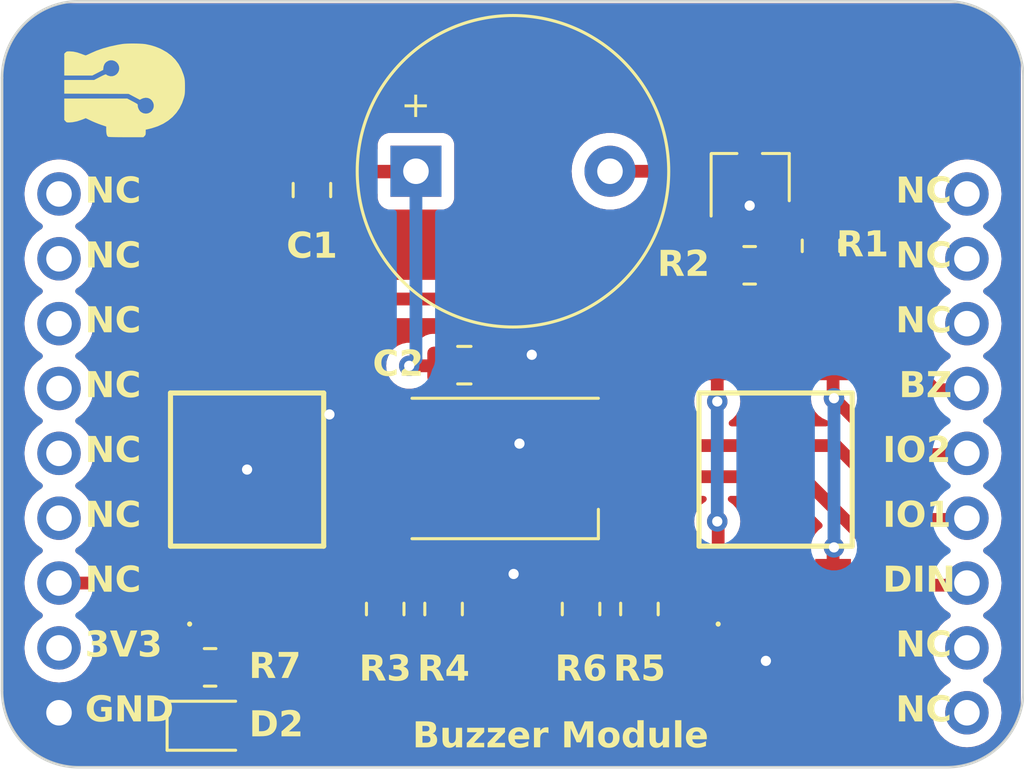
<source format=kicad_pcb>
(kicad_pcb (version 20240108) (generator "pcbnew") (generator_version "8.0")
  (layers (0 "F.Cu" signal) (31 "B.Cu" signal) (34 "B.Paste" user) (35 "F.Paste" user) (36 "B.SilkS" user "B.Silkscreen") (37 "F.SilkS" user "F.Silkscreen") (38 "B.Mask" user) (39 "F.Mask" user) (44 "Edge.Cuts" user))
  (net 0 "")
  (net 1 "+5V")
  (net 2 "GND")
  (net 4 "DIN")
  (net 5 "Net-(D2-A)")
  (net 6 "Net-(Q1-B)")
  (net 7 "Net-(Q1-C)")
  (net 8 "SIG")
  (net 9 "Net-(R3-Pad2)")
  (net 10 "Net-(R5-Pad2)")
  (net 11 "GPIO_01")
  (net 12 "GPIO_02")
  (footprint "Capacitor_SMD:C_0805_2012Metric" (layer "F.Cu") (at 84.074 86.2076)
    (property "Reference" "C2" (at -2.5908 0 0) (layer "F.SilkS") (effects (font (thickness 0.16) (bold yes))))
    (property "Value" "0.1uF" (hide yes))
    (fp_line (start -0.261252 -0.735) (end 0.261252 -0.735) (stroke (width 0.12)) (layer "F.SilkS"))
    (fp_line (start -0.261252 0.735) (end 0.261252 0.735) (stroke (width 0.12)) (layer "F.SilkS"))
    (pad "1" smd roundrect (at -0.95 0) (size 1 1.45) (layers "F.Cu" "F.Paste" "F.Mask") (net 1 "+5V"))
    (pad "2" smd roundrect (at 0.95 0) (size 1 1.45) (layers "F.Cu" "F.Paste" "F.Mask") (net 2 "GND"))
  )
  (footprint "LED_SMD:LED_0805_2012Metric" (layer "F.Cu") (at 74.1172 100.33)
    (property "Reference" "D2" (at 2.5908 0 0) (layer "F.SilkS") (effects (font (thickness 0.15) (bold yes))))
    (property "Value" "LED" (hide yes))
    (fp_line (start -1.685 -0.96) (end -1.685 0.96) (stroke (width 0.12)) (layer "F.SilkS"))
    (fp_line (start -1.685 0.96) (end 1 0.96) (stroke (width 0.12)) (layer "F.SilkS"))
    (fp_line (start 1 -0.96) (end -1.685 -0.96) (stroke (width 0.12)) (layer "F.SilkS"))
    (pad "1" smd roundrect (at -0.9375 0) (size 0.975 1.4) (layers "F.Cu" "F.Paste" "F.Mask") (net 2 "GND"))
    (pad "2" smd roundrect (at 0.9375 0) (size 0.975 1.4) (layers "F.Cu" "F.Paste" "F.Mask") (net 5 "Net-(D2-A)"))
  )
  (footprint "oled_button:TS046665BK160SMT" (layer "F.Cu") (at 75.565 90.297 90)
    (property "Reference" "SW1" (hide yes))
    (property "Value" "SW_MEC_5E" (hide yes))
    (fp_line (start 3 -3) (end 3 3) (stroke (width 0.2)) (layer "F.SilkS"))
    (fp_line (start -3 -3) (end 3 -3) (stroke (width 0.2)) (layer "F.SilkS"))
    (fp_line (start -6 -2.25) (end -6 -2.25) (stroke (width 0.1)) (layer "F.SilkS"))
    (fp_line (start -6.1 -2.25) (end -6.1 -2.25) (stroke (width 0.1)) (layer "F.SilkS"))
    (fp_line (start 3 3) (end -3 3) (stroke (width 0.2)) (layer "F.SilkS"))
    (fp_line (start -3 3) (end -3 -3) (stroke (width 0.2)) (layer "F.SilkS"))
    (fp_arc (start -6 -2.25) (mid -6.05 -2.2) (end -6.1 -2.25) (stroke (width 0.1)) (layer "F.SilkS"))
    (fp_arc (start -6.1 -2.25) (mid -6.05 -2.3) (end -6 -2.25) (stroke (width 0.1)) (layer "F.SilkS"))
    (pad "1" smd rect (at -4.55 -2.25 180) (size 1.4 2.1) (layers "F.Cu" "F.Paste" "F.Mask") (net 9 "Net-(R3-Pad2)"))
    (pad "2" smd rect (at 4.55 -2.25 180) (size 1.4 2.1) (layers "F.Cu" "F.Paste" "F.Mask") (net 9 "Net-(R3-Pad2)"))
    (pad "3" smd rect (at -4.55 2.25 180) (size 1.4 2.1) (layers "F.Cu" "F.Paste" "F.Mask") (net 11 "GPIO_01"))
    (pad "4" smd rect (at 4.55 2.25 180) (size 1.4 2.1) (layers "F.Cu" "F.Paste" "F.Mask") (net 11 "GPIO_01"))
  )
  (footprint "air_module:air_module" (layer "F.Cu") (at 85.6488 92.0356)
    (property "Reference" "U2" (hide yes))
    (property "Value" "~")
    (fp_poly (pts (xy -14.409382 -18.424609) (xy -14.284373 -18.420345) (xy -14.172436 -18.41358) (xy -14.080802 -18.404375) (xy -14.041724 -18.398303) (xy -13.853269 -18.357149) (xy -13.683331 -18.306133) (xy -13.519369 -18.241174) (xy -13.429404 -18.199111) (xy -13.225809 -18.083691) (xy -13.047121 -17.948997) (xy -12.892918 -17.794515) (xy -12.762778 -17.619731) (xy -12.65628 -17.424131) (xy -12.573 -17.2072) (xy -12.549521 -17.127104) (xy -12.536759 -17.07492) (xy -12.527646 -17.022564) (xy -12.521606 -16.963179) (xy -12.518064 -16.889906) (xy -12.516445 -16.795888) (xy -12.51616 -16.729254) (xy -12.516471 -16.624139) (xy -12.518179 -16.54326) (xy -12.521973 -16.479269) (xy -12.528539 -16.424819) (xy -12.538566 -16.372562) (xy -12.552742 -16.315149) (xy -12.556087 -16.30258) (xy -12.629514 -16.087143) (xy -12.729163 -15.888572) (xy -12.853947 -15.707853) (xy -13.002778 -15.54597) (xy -13.174568 -15.403908) (xy -13.368231 -15.282653) (xy -13.582678 -15.183189) (xy -13.816822 -15.106501) (xy -13.899335 -15.086106) (xy -14.053347 -15.050981) (xy -14.053347 -14.949039) (xy -14.054887 -14.890965) (xy -14.061819 -14.853309) (xy -14.077607 -14.824956) (xy -14.09952 -14.800924) (xy -14.145693 -14.754751) (xy -14.822188 -14.755232) (xy -15.017354 -14.755779) (xy -15.180988 -14.757122) (xy -15.313136 -14.759262) (xy -15.413847 -14.762201) (xy -15.483171 -14.765939) (xy -15.521154 -14.770477) (xy -15.527806 -14.772641) (xy -15.563505 -14.810321) (xy -15.587341 -14.875416) (xy -15.599544 -14.968744) (xy -15.601382 -15.034623) (xy -15.601407 -15.173346) (xy -15.801123 -15.240942) (xy -15.897413 -15.275849) (xy -16.007494 -15.319396) (xy -16.117074 -15.365754) (xy -16.20292 -15.404809) (xy -16.405002 -15.50108) (xy -16.548858 -15.442837) (xy -16.738064 -15.37858) (xy -16.919457 -15.342673) (xy -17.036014 -15.334083) (xy -17.096368 -15.333393) (xy -17.134749 -15.336828) (xy -17.160749 -15.347281) (xy -17.183963 -15.367645) (xy -17.197923 -15.382892) (xy -17.244143 -15.434479) (xy -17.244143 -15.852824) (xy -17.244143 -16.271169) (xy -16.010726 -16.271169) (xy -14.77731 -16.271169) (xy -14.567601 -16.160489) (xy -14.48664 -16.117331) (xy -14.429866 -16.085528) (xy -14.393293 -16.062146) (xy -14.372934 -16.044251) (xy -14.364803 -16.028908) (xy -14.364911 -16.013181) (xy -14.365213 -16.01152) (xy -14.36356 -15.958395) (xy -14.345036 -15.893567) (xy -14.3142 -15.828542) (xy -14.27561 -15.774828) (xy -14.268562 -15.767605) (xy -14.220027 -15.731434) (xy -14.160444 -15.701004) (xy -14.138599 -15.693187) (xy -14.044845 -15.679294) (xy -13.957182 -15.692779) (xy -13.879309 -15.729553) (xy -13.814926 -15.785526) (xy -13.767732 -15.856611) (xy -13.741427 -15.938718) (xy -13.739711 -16.027758) (xy -13.761874 -16.109552) (xy -13.812507 -16.193911) (xy -13.88157 -16.255114) (xy -13.964389 -16.291555) (xy -14.056294 -16.301627) (xy -14.152611 -16.283725) (xy -14.204852 -16.261841) (xy -14.28573 -16.220921) (xy -14.505204 -16.336872) (xy -14.724678 -16.452824) (xy -15.98441 -16.457138) (xy -17.244143 -16.461453) (xy -17.244143 -16.72962) (xy -17.244143 -16.997786) (xy -16.659908 -16.997786) (xy -16.075673 -16.997786) (xy -15.84744 -17.11641) (xy -15.749428 -17.165928) (xy -15.676635 -17.199529) (xy -15.629594 -17.216985) (xy -15.608844 -17.218071) (xy -15.608333 -17.217439) (xy -15.588169 -17.200581) (xy -15.550213 -17.178859) (xy -15.532275 -17.170245) (xy -15.441144 -17.144115) (xy -15.35248 -17.145987) (xy -15.27045 -17.172316) (xy -15.19922 -17.219556) (xy -15.142957 -17.284165) (xy -15.105828 -17.362595) (xy -15.092 -17.451304) (xy -15.102599 -17.535769) (xy -15.139889 -17.622434) (xy -15.199 -17.691754) (xy -15.274232 -17.740831) (xy -15.359887 -17.766768) (xy -15.450265 -17.766666) (xy -15.518719 -17.747343) (xy -15.603564 -17.697205) (xy -15.664 -17.627479) (xy -15.700644 -17.537286) (xy -15.711338 -17.4743) (xy -15.719827 -17.390055) (xy -15.932045 -17.280799) (xy -16.144263 -17.171542) (xy -16.694203 -17.171542) (xy -17.244143 -17.171542) (xy -17.244143 -17.59925) (xy -17.244143 -18.026958) (xy -17.19797 -18.073131) (xy -17.171241 -18.097234) (xy -17.144844 -18.11106) (xy -17.108952 -18.117397) (xy -17.053736 -18.119029) (xy -17.036061 -18.119029) (xy -16.888934 -18.108389) (xy -16.737628 -18.076092) (xy -16.574707 -18.02053) (xy -16.567054 -18.017486) (xy -16.503947 -17.993107) (xy -16.450536 -17.974072) (xy -16.414495 -17.963039) (xy -16.404952 -17.961343) (xy -16.383132 -17.968004) (xy -16.339239 -17.986194) (xy -16.27941 -18.013224) (xy -16.209783 -18.046407) (xy -16.201562 -18.050428) (xy -15.977798 -18.148206) (xy -15.72745 -18.235531) (xy -15.454095 -18.311363) (xy -15.161304 -18.374665) (xy -14.977414 -18.406257) (xy -14.895512 -18.415422) (xy -14.790527 -18.421778) (xy -14.66969 -18.425387) (xy -14.540231 -18.42631)) (fill solid) (layer "F.SilkS"))
    (fp_line (start -19.68 -17.08) (end -19.68 6.92) (stroke (width 0.1)) (layer "Edge.Cuts"))
    (fp_line (start -16.68 9.92) (end 17.32 9.92) (stroke (width 0.1)) (layer "Edge.Cuts"))
    (fp_line (start 17.32 -20.08) (end -16.68 -20.08) (stroke (width 0.1)) (layer "Edge.Cuts"))
    (fp_line (start 20.32 6.92) (end 20.32 -17.08) (stroke (width 0.1)) (layer "Edge.Cuts"))
    (fp_arc (start -19.68 -17.08) (mid -18.80132 -19.20132) (end -16.68 -20.08) (stroke (width 0.1)) (layer "Edge.Cuts"))
    (fp_arc (start -16.68 9.92) (mid -18.80132 9.04132) (end -19.68 6.92) (stroke (width 0.1)) (layer "Edge.Cuts"))
    (fp_arc (start 17.32 -20.08) (mid 19.44132 -19.20132) (end 20.32 -17.08) (stroke (width 0.1)) (layer "Edge.Cuts"))
    (fp_arc (start 20.32 6.92) (mid 19.44132 9.04132) (end 17.32 9.92) (stroke (width 0.1)) (layer "Edge.Cuts"))
    (fp_text user "BZ" (at 15.4432 -4.4056 0) (layer "F.SilkS") (effects (font (thickness 0.2) (bold yes)) (justify left bottom)))
    (fp_text user "NC" (at 15.3162 8.2944 0) (layer "F.SilkS") (effects (font (thickness 0.2) (bold yes)) (justify left bottom)))
    (fp_text user "IO2" (at 14.8082 -1.8656 0) (layer "F.SilkS") (effects (font (thickness 0.2) (bold yes)) (justify left bottom)))
    (fp_text user "NC" (at -16.4338 -12.0256 0) (layer "F.SilkS") (effects (font (thickness 0.2) (bold yes)) (justify left bottom)))
    (fp_text user "NC" (at -16.4338 -1.8656 0) (layer "F.SilkS") (effects (font (thickness 0.2) (bold yes)) (justify left bottom)))
    (fp_text user "3V3" (at -16.4338 5.7544 0) (layer "F.SilkS") (effects (font (thickness 0.2) (bold yes)) (justify left bottom)))
    (fp_text user "DIN" (at 14.8082 3.2144 0) (layer "F.SilkS") (effects (font (thickness 0.2) (bold yes)) (justify left bottom)))
    (fp_text user "IO1" (at 14.8082 0.6744 0) (layer "F.SilkS") (effects (font (thickness 0.2) (bold yes)) (justify left bottom)))
    (fp_text user "NC" (at -16.4338 -6.9456 0) (layer "F.SilkS") (effects (font (thickness 0.2) (bold yes)) (justify left bottom)))
    (fp_text user "NC" (at -16.4338 -9.4856 0) (layer "F.SilkS") (effects (font (thickness 0.2) (bold yes)) (justify left bottom)))
    (fp_text user "NC" (at 15.3162 -12.0256 0) (layer "F.SilkS") (effects (font (thickness 0.2) (bold yes)) (justify left bottom)))
    (fp_text user "GND" (at -16.4338 8.2944 0) (layer "F.SilkS") (effects (font (thickness 0.2) (bold yes)) (justify left bottom)))
    (fp_text user "NC" (at -16.4338 -4.4056 0) (layer "F.SilkS") (effects (font (thickness 0.2) (bold yes)) (justify left bottom)))
    (fp_text user "NC" (at -16.4338 3.2144 0) (layer "F.SilkS") (effects (font (thickness 0.2) (bold yes)) (justify left bottom)))
    (fp_text user "NC" (at -16.4338 0.6744 0) (layer "F.SilkS") (effects (font (thickness 0.2) (bold yes)) (justify left bottom)))
    (fp_text user "Buzzer Module" (at -3.6068 9.3104 0) (layer "F.SilkS") (effects (font (thickness 0.2) (bold yes)) (justify left bottom)))
    (fp_text user "NC" (at 15.3162 -9.4856 0) (layer "F.SilkS") (effects (font (thickness 0.2) (bold yes)) (justify left bottom)))
    (fp_text user "NC" (at 15.3162 5.7544 0) (layer "F.SilkS") (effects (font (thickness 0.2) (bold yes)) (justify left bottom)))
    (fp_text user "NC" (at 15.3162 -6.9456 0) (layer "F.SilkS") (effects (font (thickness 0.2) (bold yes)) (justify left bottom)))
    (pad "1" thru_hole oval (at -17.4498 -12.5336) (size 1.7 1.7) (drill 1) (layers "*.Cu" "*.Mask"))
    (pad "2" thru_hole oval (at -17.4498 -9.9936) (size 1.7 1.7) (drill 1) (layers "*.Cu" "*.Mask"))
    (pad "3" thru_hole oval (at -17.4498 -7.4536) (size 1.7 1.7) (drill 1) (layers "*.Cu" "*.Mask"))
    (pad "4" thru_hole oval (at -17.4498 -4.9136) (size 1.7 1.7) (drill 1) (layers "*.Cu" "*.Mask"))
    (pad "5" thru_hole oval (at -17.4498 -2.3736) (size 1.7 1.7) (drill 1) (layers "*.Cu" "*.Mask"))
    (pad "6" thru_hole oval (at -17.4498 0.1664) (size 1.7 1.7) (drill 1) (layers "*.Cu" "*.Mask"))
    (pad "7" thru_hole oval (at -17.4498 2.7064) (size 1.7 1.7) (drill 1) (layers "*.Cu" "*.Mask") (net 1 "+5V"))
    (pad "8" thru_hole oval (at -17.4498 5.2464) (size 1.7 1.7) (drill 1) (layers "*.Cu" "*.Mask"))
    (pad "9" thru_hole oval (at -17.4498 7.7864) (size 1.7 1.7) (drill 1) (layers "*.Cu" "*.Mask") (net 2 "GND"))
    (pad "10" thru_hole oval (at 18.1102 7.7864) (size 1.7 1.7) (drill 1) (layers "*.Cu" "*.Mask"))
    (pad "11" thru_hole oval (at 18.1102 5.2464) (size 1.7 1.7) (drill 1) (layers "*.Cu" "*.Mask"))
    (pad "12" thru_hole oval (at 18.1102 2.7064) (size 1.7 1.7) (drill 1) (layers "*.Cu" "*.Mask") (net 4 "DIN"))
    (pad "13" thru_hole oval (at 18.1102 0.1664) (size 1.7 1.7) (drill 1) (layers "*.Cu" "*.Mask") (net 11 "GPIO_01"))
    (pad "14" thru_hole oval (at 18.1102 -2.3736) (size 1.7 1.7) (drill 1) (layers "*.Cu" "*.Mask") (net 12 "GPIO_02"))
    (pad "15" thru_hole oval (at 18.1102 -4.9136) (size 1.7 1.7) (drill 1) (layers "*.Cu" "*.Mask") (net 8 "SIG"))
    (pad "16" thru_hole oval (at 18.1102 -7.4536) (size 1.7 1.7) (drill 1) (layers "*.Cu" "*.Mask"))
    (pad "17" thru_hole oval (at 18.1102 -9.9936) (size 1.7 1.7) (drill 1) (layers "*.Cu" "*.Mask"))
    (pad "18" thru_hole oval (at 18.1102 -12.5336) (size 1.7 1.7) (drill 1) (layers "*.Cu" "*.Mask"))
  )
  (footprint "Capacitor_SMD:C_0805_2012Metric" (layer "F.Cu") (at 78.105 79.3496 -90)
    (property "Reference" "C1" (at 2.2352 -0.000668 180) (layer "F.SilkS") (effects (font (thickness 0.2) (bold yes))))
    (property "Value" "0.1uF" (hide yes))
    (fp_line (start -0.261252 0.735) (end 0.261252 0.735) (stroke (width 0.12)) (layer "F.SilkS"))
    (fp_line (start -0.261252 -0.735) (end 0.261252 -0.735) (stroke (width 0.12)) (layer "F.SilkS"))
    (pad "1" smd roundrect (at -0.95 0 270) (size 1 1.45) (layers "F.Cu" "F.Paste" "F.Mask") (net 1 "+5V"))
    (pad "2" smd roundrect (at 0.95 0 270) (size 1 1.45) (layers "F.Cu" "F.Paste" "F.Mask") (net 2 "GND"))
  )
  (footprint "LED_SMD:LED_WS2812B_PLCC4_5.0x5.0mm_P3.2mm" (layer "F.Cu") (at 85.673877 90.25452)
    (property "Reference" "D1" (hide yes))
    (property "Value" "WS2812B" (hide yes))
    (fp_line (start -3.65 -2.75) (end 3.65 -2.75) (stroke (width 0.12)) (layer "F.SilkS"))
    (fp_line (start -3.65 2.75) (end 3.65 2.75) (stroke (width 0.12)) (layer "F.SilkS"))
    (fp_line (start 3.65 2.75) (end 3.65 1.6) (stroke (width 0.12)) (layer "F.SilkS"))
    (pad "1" smd rect (at -2.45 -1.65) (size 1.5 0.9) (layers "F.Cu" "F.Paste" "F.Mask") (net 1 "+5V"))
    (pad "2" smd rect (at -2.45 1.65) (size 1.5 0.9) (layers "F.Cu" "F.Paste" "F.Mask"))
    (pad "3" smd rect (at 2.45 1.65) (size 1.5 0.9) (layers "F.Cu" "F.Paste" "F.Mask") (net 2 "GND"))
    (pad "4" smd rect (at 2.45 -1.65) (size 1.5 0.9) (layers "F.Cu" "F.Paste" "F.Mask") (net 4 "DIN"))
  )
  (footprint "Resistor_SMD:R_0805_2012Metric" (layer "F.Cu") (at 88.646 95.758 -90)
    (property "Reference" "R6" (at 2.3876 0 180) (layer "F.SilkS") (effects (font (thickness 0.15) (bold yes))))
    (property "Value" "0r" (hide yes))
    (fp_line (start -0.227064 0.735) (end 0.227064 0.735) (stroke (width 0.12)) (layer "F.SilkS"))
    (fp_line (start -0.227064 -0.735) (end 0.227064 -0.735) (stroke (width 0.12)) (layer "F.SilkS"))
    (pad "1" smd roundrect (at -0.9125 0 270) (size 1.025 1.4) (layers "F.Cu" "F.Paste" "F.Mask") (roundrect_rratio 0.243902) (net 2 "GND"))
    (pad "2" smd roundrect (at 0.9125 0 270) (size 1.025 1.4) (layers "F.Cu" "F.Paste" "F.Mask") (roundrect_rratio 0.243902) (net 10 "Net-(R5-Pad2)"))
  )
  (footprint "oled_button:TS046665BK160SMT" (layer "F.Cu") (at 96.266 90.297 90)
    (property "Reference" "SW2" (hide yes))
    (property "Value" "SW_MEC_5E" (hide yes))
    (fp_line (start 3 -3) (end 3 3) (stroke (width 0.2)) (layer "F.SilkS"))
    (fp_line (start -3 -3) (end 3 -3) (stroke (width 0.2)) (layer "F.SilkS"))
    (fp_line (start -6 -2.25) (end -6 -2.25) (stroke (width 0.1)) (layer "F.SilkS"))
    (fp_line (start -6.1 -2.25) (end -6.1 -2.25) (stroke (width 0.1)) (layer "F.SilkS"))
    (fp_line (start 3 3) (end -3 3) (stroke (width 0.2)) (layer "F.SilkS"))
    (fp_line (start -3 3) (end -3 -3) (stroke (width 0.2)) (layer "F.SilkS"))
    (fp_arc (start -6 -2.25) (mid -6.05 -2.2) (end -6.1 -2.25) (stroke (width 0.1)) (layer "F.SilkS"))
    (fp_arc (start -6.1 -2.25) (mid -6.05 -2.3) (end -6 -2.25) (stroke (width 0.1)) (layer "F.SilkS"))
    (pad "1" smd rect (at -4.55 -2.25 180) (size 1.4 2.1) (layers "F.Cu" "F.Paste" "F.Mask") (net 10 "Net-(R5-Pad2)"))
    (pad "2" smd rect (at 4.55 -2.25 180) (size 1.4 2.1) (layers "F.Cu" "F.Paste" "F.Mask") (net 10 "Net-(R5-Pad2)"))
    (pad "3" smd rect (at -4.55 2.25 180) (size 1.4 2.1) (layers "F.Cu" "F.Paste" "F.Mask") (net 12 "GPIO_02"))
    (pad "4" smd rect (at 4.55 2.25 180) (size 1.4 2.1) (layers "F.Cu" "F.Paste" "F.Mask") (net 12 "GPIO_02"))
  )
  (footprint "Resistor_SMD:R_0805_2012Metric" (layer "F.Cu") (at 83.2612 95.758 -90)
    (property "Reference" "R4" (at 2.3876 0.002499 180) (layer "F.SilkS") (effects (font (thickness 0.15) (bold yes))))
    (property "Value" "0r" (hide yes))
    (fp_line (start -0.227064 0.735) (end 0.227064 0.735) (stroke (width 0.12)) (layer "F.SilkS"))
    (fp_line (start -0.227064 -0.735) (end 0.227064 -0.735) (stroke (width 0.12)) (layer "F.SilkS"))
    (pad "1" smd roundrect (at -0.9125 0 270) (size 1.025 1.4) (layers "F.Cu" "F.Paste" "F.Mask") (roundrect_rratio 0.243902) (net 2 "GND"))
    (pad "2" smd roundrect (at 0.9125 0 270) (size 1.025 1.4) (layers "F.Cu" "F.Paste" "F.Mask") (roundrect_rratio 0.243902) (net 9 "Net-(R3-Pad2)"))
  )
  (footprint "Package_TO_SOT_SMD:TSOT-23" (layer "F.Cu") (at 95.25 78.867 90)
    (property "Reference" "Q1" (hide yes))
    (property "Value" "SS8050-G" (hide yes))
    (fp_line (start 0.93 -1.51) (end -1.5 -1.51) (stroke (width 0.12)) (layer "F.SilkS"))
    (fp_line (start 0.95 -1.5) (end 0.95 -0.5) (stroke (width 0.12)) (layer "F.SilkS"))
    (fp_line (start 0.95 0.5) (end 0.95 1.55) (stroke (width 0.12)) (layer "F.SilkS"))
    (fp_line (start 0.95 1.55) (end -0.9 1.55) (stroke (width 0.12)) (layer "F.SilkS"))
    (pad "1" smd rect (at -1.31 -0.95 90) (size 1.22 0.65) (layers "F.Cu" "F.Paste" "F.Mask") (net 6 "Net-(Q1-B)"))
    (pad "2" smd rect (at -1.31 0.95 90) (size 1.22 0.65) (layers "F.Cu" "F.Paste" "F.Mask") (net 2 "GND"))
    (pad "3" smd rect (at 1.31 0 90) (size 1.22 0.65) (layers "F.Cu" "F.Paste" "F.Mask") (net 7 "Net-(Q1-C)"))
  )
  (footprint "Resistor_SMD:R_0805_2012Metric" (layer "F.Cu") (at 95.25 82.296)
    (property "Reference" "R2" (at -2.5908 0 0) (layer "F.SilkS") (effects (font (thickness 0.15) (bold yes))))
    (property "Value" "4.7k" (hide yes))
    (fp_line (start -0.227064 -0.735) (end 0.227064 -0.735) (stroke (width 0.12)) (layer "F.SilkS"))
    (fp_line (start -0.227064 0.735) (end 0.227064 0.735) (stroke (width 0.12)) (layer "F.SilkS"))
    (pad "1" smd roundrect (at -0.9125 0) (size 1.025 1.4) (layers "F.Cu" "F.Paste" "F.Mask") (roundrect_rratio 0.243902) (net 6 "Net-(Q1-B)"))
    (pad "2" smd roundrect (at 0.9125 0) (size 1.025 1.4) (layers "F.Cu" "F.Paste" "F.Mask") (roundrect_rratio 0.243902) (net 8 "SIG"))
  )
  (footprint "Resistor_SMD:R_0805_2012Metric" (layer "F.Cu") (at 98.044 81.534 90)
    (property "Reference" "R1" (at 0.005036 1.6256 180) (layer "F.SilkS") (effects (font (thickness 0.15) (bold yes))))
    (property "Value" "10k" (hide yes))
    (fp_line (start -0.227064 -0.735) (end 0.227064 -0.735) (stroke (width 0.12)) (layer "F.SilkS"))
    (fp_line (start -0.227064 0.735) (end 0.227064 0.735) (stroke (width 0.12)) (layer "F.SilkS"))
    (pad "1" smd roundrect (at -0.9125 0 90) (size 1.025 1.4) (layers "F.Cu" "F.Paste" "F.Mask") (roundrect_rratio 0.243902) (net 2 "GND"))
    (pad "2" smd roundrect (at 0.9125 0 90) (size 1.025 1.4) (layers "F.Cu" "F.Paste" "F.Mask") (roundrect_rratio 0.243902) (net 6 "Net-(Q1-B)"))
  )
  (footprint "Buzzer_Beeper:Buzzer_12x9.5RM7.6" (layer "F.Cu") (at 82.179 78.613)
    (property "Reference" "U1" (hide yes))
    (property "Value" "Buzzer" (hide yes))
    (fp_circle (center 3.8 0) (end 9.9 0) (stroke (width 0.12)) (fill none) (layer "F.SilkS"))
    (fp_text user "+" (at -0.01 -2.54 0) (layer "F.SilkS"))
    (pad "1" thru_hole rect (at 0 0) (size 2 2) (drill 1) (layers "*.Cu" "*.Mask") (net 1 "+5V"))
    (pad "2" thru_hole circle (at 7.6 0) (size 2 2) (drill 1) (layers "*.Cu" "*.Mask") (net 7 "Net-(Q1-C)"))
  )
  (footprint "Resistor_SMD:R_0805_2012Metric" (layer "F.Cu") (at 90.932 95.758 -90)
    (property "Reference" "R5" (at 2.3876 0 180) (layer "F.SilkS") (effects (font (thickness 0.15) (bold yes))))
    (property "Value" "0r" (hide yes))
    (fp_line (start -0.227064 0.735) (end 0.227064 0.735) (stroke (width 0.12)) (layer "F.SilkS"))
    (fp_line (start -0.227064 -0.735) (end 0.227064 -0.735) (stroke (width 0.12)) (layer "F.SilkS"))
    (pad "1" smd roundrect (at -0.9125 0 270) (size 1.025 1.4) (layers "F.Cu" "F.Paste" "F.Mask") (roundrect_rratio 0.243902) (net 1 "+5V"))
    (pad "2" smd roundrect (at 0.9125 0 270) (size 1.025 1.4) (layers "F.Cu" "F.Paste" "F.Mask") (roundrect_rratio 0.243902) (net 10 "Net-(R5-Pad2)"))
  )
  (footprint "Resistor_SMD:R_0805_2012Metric" (layer "F.Cu") (at 80.9752 95.758 -90)
    (property "Reference" "R3" (at 2.3876 0 180) (layer "F.SilkS") (effects (font (thickness 0.15) (bold yes))))
    (property "Value" "0r" (hide yes))
    (fp_line (start -0.227064 0.735) (end 0.227064 0.735) (stroke (width 0.12)) (layer "F.SilkS"))
    (fp_line (start -0.227064 -0.735) (end 0.227064 -0.735) (stroke (width 0.12)) (layer "F.SilkS"))
    (pad "1" smd roundrect (at -0.9125 0 270) (size 1.025 1.4) (layers "F.Cu" "F.Paste" "F.Mask") (roundrect_rratio 0.243902) (net 1 "+5V"))
    (pad "2" smd roundrect (at 0.9125 0 270) (size 1.025 1.4) (layers "F.Cu" "F.Paste" "F.Mask") (roundrect_rratio 0.243902) (net 9 "Net-(R3-Pad2)"))
  )
  (footprint "Resistor_SMD:R_0805_2012Metric" (layer "F.Cu") (at 74.1172 98.044)
    (property "Reference" "R7" (at 2.54 0 0) (layer "F.SilkS") (effects (font (thickness 0.15) (bold yes))))
    (property "Value" "470r" (hide yes))
    (fp_line (start -0.227064 -0.735) (end 0.227064 -0.735) (stroke (width 0.12)) (layer "F.SilkS"))
    (fp_line (start -0.227064 0.735) (end 0.227064 0.735) (stroke (width 0.12)) (layer "F.SilkS"))
    (pad "1" smd roundrect (at -0.9125 0) (size 1.025 1.4) (layers "F.Cu" "F.Paste" "F.Mask") (roundrect_rratio 0.243902) (net 1 "+5V"))
    (pad "2" smd roundrect (at 0.9125 0) (size 1.025 1.4) (layers "F.Cu" "F.Paste" "F.Mask") (roundrect_rratio 0.243902) (net 5 "Net-(D2-A)"))
  )
  (segment (start 72.39 98.044) (end 73.2047 98.044) (width 0.5) (layer "F.Cu") (net 1))
  (segment (start 83.124 86.2076) (end 83.124 88.504643) (width 0.5) (layer "F.Cu") (net 1))
  (segment (start 80.9244 89.6366) (end 80.9244 94.7947) (width 0.5) (layer "F.Cu") (net 1))
  (segment (start 83.223877 88.60452) (end 81.95648 88.60452) (width 0.5) (layer "F.Cu") (net 1))
  (segment (start 71.4756 97.1296) (end 72.39 98.044) (width 0.5) (layer "F.Cu") (net 1))
  (segment (start 81.95648 88.60452) (end 80.9244 89.6366) (width 0.5) (layer "F.Cu") (net 1))
  (segment (start 83.124 88.504643) (end 83.223877 88.60452) (width 0.5) (layer "F.Cu") (net 1))
  (segment (start 81.915 93.345) (end 90.424 93.345) (width 0.5) (layer "F.Cu") (net 1))
  (segment (start 71.4756 92.8116) (end 71.4756 91.186) (width 0.5) (layer "F.Cu") (net 1))
  (segment (start 81.915 86.233) (end 83.0986 86.233) (width 0.5) (layer "F.Cu") (net 1))
  (segment (start 78.3438 78.6384) (end 82.1536 78.6384) (width 0.5) (layer "F.Cu") (net 1))
  (segment (start 80.9244 94.7947) (end 80.9752 94.8455) (width 0.5) (layer "F.Cu") (net 1))
  (segment (start 78.105 78.3996) (end 78.3438 78.6384) (width 0.5) (layer "F.Cu") (net 1))
  (segment (start 82.1536 78.6384) (end 82.179 78.613) (width 0.5) (layer "F.Cu") (net 1))
  (segment (start 71.4756 82.9564) (end 75.819 78.613) (width 0.5) (layer "F.Cu") (net 1))
  (segment (start 90.932 93.853) (end 90.932 94.8455) (width 0.5) (layer "F.Cu") (net 1))
  (segment (start 71.4756 92.8116) (end 71.4756 97.1296) (width 0.5) (layer "F.Cu") (net 1))
  (segment (start 75.819 78.613) (end 82.179 78.613) (width 0.5) (layer "F.Cu") (net 1))
  (segment (start 71.4756 92.8116) (end 71.4756 94.3864) (width 0.5) (layer "F.Cu") (net 1))
  (segment (start 83.0986 86.233) (end 83.124 86.2076) (width 0.5) (layer "F.Cu") (net 1))
  (segment (start 71.4756 92.8116) (end 71.4756 82.9564) (width 0.5) (layer "F.Cu") (net 1))
  (segment (start 80.9752 94.2848) (end 81.915 93.345) (width 0.5) (layer "F.Cu") (net 1))
  (segment (start 71.12 94.742) (end 68.199 94.742) (width 0.5) (layer "F.Cu") (net 1))
  (segment (start 80.9752 94.8455) (end 80.9752 94.2848) (width 0.5) (layer "F.Cu") (net 1))
  (segment (start 90.424 93.345) (end 90.932 93.853) (width 0.5) (layer "F.Cu") (net 1))
  (segment (start 71.4756 94.3864) (end 71.12 94.742) (width 0.5) (layer "F.Cu") (net 1))
  (via (at 81.915 86.233) (size 0.8) (drill 0.4) (layers "F.Cu" "B.Cu") (net 1))
  (segment (start 82.179 78.613) (end 82.179 85.969) (width 0.5) (layer "B.Cu") (net 1))
  (segment (start 82.179 85.969) (end 81.915 86.233) (width 0.5) (layer "B.Cu") (net 1))
  (via (at 86.7156 85.8012) (size 0.8) (drill 0.4) (layers "F.Cu" "B.Cu") (net 2))
  (via (at 86.233 89.281) (size 0.8) (drill 0.4) (layers "F.Cu" "B.Cu") (net 2))
  (via (at 95.885 97.79) (size 0.8) (drill 0.4) (layers "F.Cu" "B.Cu") (net 2))
  (via (at 78.7908 88.138) (size 0.8) (drill 0.4) (layers "F.Cu" "B.Cu") (net 2))
  (via (at 75.565 90.297) (size 0.8) (drill 0.4) (layers "F.Cu" "B.Cu") (net 2))
  (via (at 86.0044 94.3864) (size 0.8) (drill 0.4) (layers "F.Cu" "B.Cu") (net 2))
  (via (at 95.25 79.9592) (size 0.8) (drill 0.4) (layers "F.Cu" "B.Cu") (net 2))
  (segment (start 91.5924 90.5764) (end 97.3074 90.5764) (width 0.5) (layer "F.Cu") (net 4))
  (segment (start 88.123877 88.60452) (end 89.62052 88.60452) (width 0.5) (layer "F.Cu") (net 4))
  (segment (start 97.3074 90.5764) (end 101.55752 94.82652) (width 0.5) (layer "F.Cu") (net 4))
  (segment (start 89.62052 88.60452) (end 91.5924 90.5764) (width 0.5) (layer "F.Cu") (net 4))
  (segment (start 101.55752 94.82652) (end 103.707877 94.82652) (width 0.5) (layer "F.Cu") (net 4))
  (segment (start 75.0297 98.044) (end 75.0297 100.305) (width 0.5) (layer "F.Cu") (net 5))
  (segment (start 75.0297 100.305) (end 75.0547 100.33) (width 0.5) (layer "F.Cu") (net 5))
  (segment (start 94.3 80.177) (end 94.3 82.2585) (width 0.5) (layer "F.Cu") (net 6))
  (segment (start 97.536 78.74) (end 98.044 79.248) (width 0.5) (layer "F.Cu") (net 6))
  (segment (start 94.3 80.177) (end 94.3 79.5376) (width 0.5) (layer "F.Cu") (net 6))
  (segment (start 98.044 79.248) (end 98.044 80.6215) (width 0.5) (layer "F.Cu") (net 6))
  (segment (start 94.3 82.2585) (end 94.3375 82.296) (width 0.5) (layer "F.Cu") (net 6))
  (segment (start 94.3 79.5376) (end 95.0976 78.74) (width 0.5) (layer "F.Cu") (net 6))
  (segment (start 95.0976 78.74) (end 97.536 78.74) (width 0.5) (layer "F.Cu") (net 6))
  (segment (start 93.4358 77.557) (end 95.25 77.557) (width 0.5) (layer "F.Cu") (net 7))
  (segment (start 92.3798 78.613) (end 93.4358 77.557) (width 0.5) (layer "F.Cu") (net 7))
  (segment (start 89.779 78.613) (end 92.3798 78.613) (width 0.5) (layer "F.Cu") (net 7))
  (segment (start 96.1625 82.296) (end 96.1625 83.1577) (width 0.5) (layer "F.Cu") (net 8))
  (segment (start 102.5116 87.17) (end 103.74 87.17) (width 0.5) (layer "F.Cu") (net 8))
  (segment (start 99.2124 83.8708) (end 102.5116 87.17) (width 0.5) (layer "F.Cu") (net 8))
  (segment (start 96.1625 83.1577) (end 96.8756 83.8708) (width 0.5) (layer "F.Cu") (net 8))
  (segment (start 96.8756 83.8708) (end 99.2124 83.8708) (width 0.5) (layer "F.Cu") (net 8))
  (segment (start 74.781 94.847) (end 76.6045 96.6705) (width 0.5) (layer "F.Cu") (net 9))
  (segment (start 73.315 94.847) (end 73.315 85.747) (width 0.5) (layer "F.Cu") (net 9))
  (segment (start 76.6045 96.6705) (end 83.2612 96.6705) (width 0.5) (layer "F.Cu") (net 9))
  (segment (start 73.315 94.847) (end 74.781 94.847) (width 0.5) (layer "F.Cu") (net 9))
  (segment (start 93.98 87.63) (end 93.98 85.783) (width 0.5) (layer "F.Cu") (net 10))
  (segment (start 92.9606 94.847) (end 91.1371 96.6705) (width 0.5) (layer "F.Cu") (net 10))
  (segment (start 94.016 94.847) (end 94.016 92.365) (width 0.5) (layer "F.Cu") (net 10))
  (segment (start 94.016 92.365) (end 93.98 92.329) (width 0.5) (layer "F.Cu") (net 10))
  (segment (start 94.016 94.847) (end 92.9606 94.847) (width 0.5) (layer "F.Cu") (net 10))
  (segment (start 93.98 85.783) (end 94.016 85.747) (width 0.5) (layer "F.Cu") (net 10))
  (segment (start 91.1371 96.6705) (end 88.646 96.6705) (width 0.5) (layer "F.Cu") (net 10))
  (via (at 93.98 87.63) (size 0.8) (drill 0.4) (layers "F.Cu" "B.Cu") (net 10))
  (via (at 93.98 92.329) (size 0.8) (drill 0.4) (layers "F.Cu" "B.Cu") (net 10))
  (segment (start 93.98 87.63) (end 93.98 92.329) (width 0.5) (layer "B.Cu") (net 10))
  (segment (start 78.7908 83.6168) (end 87.4268 83.6168) (width 0.5) (layer "F.Cu") (net 11))
  (segment (start 87.4268 83.6168) (end 93.1672 89.3572) (width 0.5) (layer "F.Cu") (net 11))
  (segment (start 77.815 94.847) (end 77.9814 94.847) (width 0.5) (layer "F.Cu") (net 11))
  (segment (start 77.815 85.747) (end 77.815 84.5926) (width 0.5) (layer "F.Cu") (net 11))
  (segment (start 98.6282 89.3572) (end 101.521 92.25) (width 0.5) (layer "F.Cu") (net 11))
  (segment (start 77.815 84.5926) (end 78.7908 83.6168) (width 0.5) (layer "F.Cu") (net 11))
  (segment (start 101.521 92.25) (end 103.74 92.25) (width 0.5) (layer "F.Cu") (net 11))
  (segment (start 77.815 85.747) (end 77.815 94.847) (width 0.5) (layer "F.Cu") (net 11))
  (segment (start 93.1672 89.3572) (end 98.6282 89.3572) (width 0.5) (layer "F.Cu") (net 11))
  (segment (start 98.516 85.747) (end 98.516 87.467) (width 0.5) (layer "F.Cu") (net 12))
  (segment (start 98.552 87.503) (end 100.759 89.71) (width 0.5) (layer "F.Cu") (net 12))
  (segment (start 98.516 87.467) (end 98.552 87.503) (width 0.5) (layer "F.Cu") (net 12))
  (segment (start 100.759 89.71) (end 103.74 89.71) (width 0.5) (layer "F.Cu") (net 12))
  (segment (start 98.516 93.381) (end 98.552 93.345) (width 0.5) (layer "F.Cu") (net 12))
  (segment (start 98.516 94.847) (end 98.516 93.381) (width 0.5) (layer "F.Cu") (net 12))
  (via (at 98.552 87.503) (size 0.8) (drill 0.4) (layers "F.Cu" "B.Cu") (net 12))
  (via (at 98.552 93.345) (size 0.8) (drill 0.4) (layers "F.Cu" "B.Cu") (net 12))
  (segment (start 98.552 87.503) (end 98.552 93.345) (width 0.5) (layer "B.Cu") (net 12))
  (zone (net 2) (net_name "GND") (layers "F&B.Cu") (connect_pads yes (clearance 0.5)) (min_thickness 0.25) (fill yes (thermal_gap 0.5) (thermal_bridge_width 0.5))
    (polygon (pts (xy 65.8876 72.0344) (xy 105.8672 72.0344) (xy 105.8672 102.0572) (xy 65.8876 102.0572)))
  )
)
</source>
